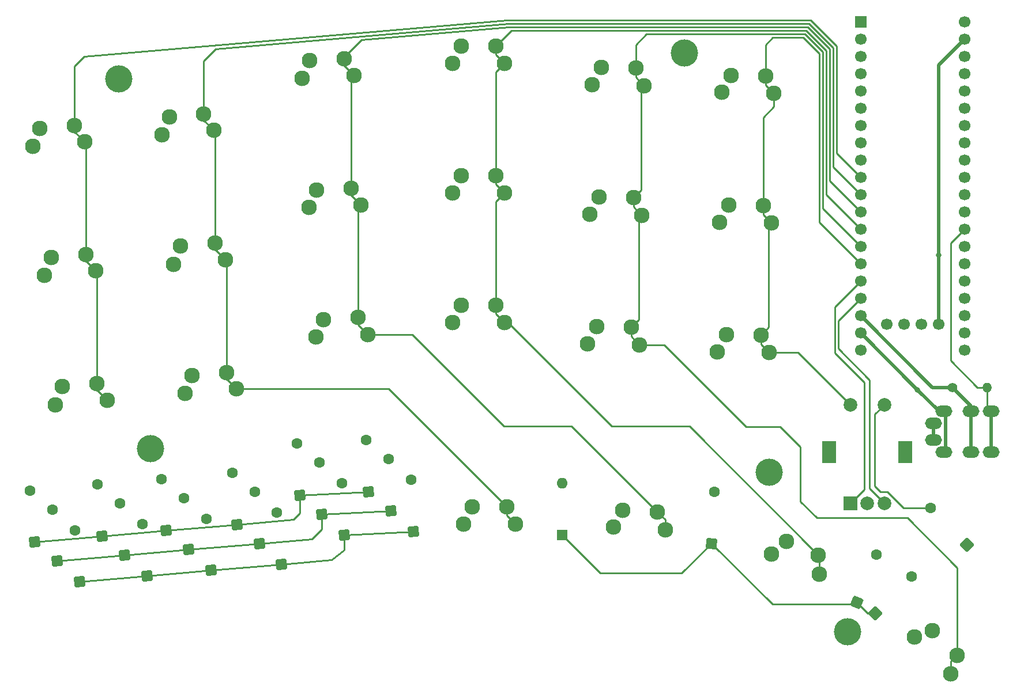
<source format=gtl>
%TF.GenerationSoftware,KiCad,Pcbnew,6.0.0-rc1-unknown-db41769bb9~144~ubuntu20.04.1*%
%TF.CreationDate,2021-12-01T14:16:25+01:00*%
%TF.ProjectId,khada,6b686164-612e-46b6-9963-61645f706362,rev?*%
%TF.SameCoordinates,Original*%
%TF.FileFunction,Copper,L1,Top*%
%TF.FilePolarity,Positive*%
%FSLAX46Y46*%
G04 Gerber Fmt 4.6, Leading zero omitted, Abs format (unit mm)*
G04 Created by KiCad (PCBNEW 6.0.0-rc1-unknown-db41769bb9~144~ubuntu20.04.1) date 2021-12-01 14:16:25*
%MOMM*%
%LPD*%
G01*
G04 APERTURE LIST*
G04 Aperture macros list*
%AMRoundRect*
0 Rectangle with rounded corners*
0 $1 Rounding radius*
0 $2 $3 $4 $5 $6 $7 $8 $9 X,Y pos of 4 corners*
0 Add a 4 corners polygon primitive as box body*
4,1,4,$2,$3,$4,$5,$6,$7,$8,$9,$2,$3,0*
0 Add four circle primitives for the rounded corners*
1,1,$1+$1,$2,$3*
1,1,$1+$1,$4,$5*
1,1,$1+$1,$6,$7*
1,1,$1+$1,$8,$9*
0 Add four rect primitives between the rounded corners*
20,1,$1+$1,$2,$3,$4,$5,0*
20,1,$1+$1,$4,$5,$6,$7,0*
20,1,$1+$1,$6,$7,$8,$9,0*
20,1,$1+$1,$8,$9,$2,$3,0*%
%AMHorizOval*
0 Thick line with rounded ends*
0 $1 width*
0 $2 $3 position (X,Y) of the first rounded end (center of the circle)*
0 $4 $5 position (X,Y) of the second rounded end (center of the circle)*
0 Add line between two ends*
20,1,$1,$2,$3,$4,$5,0*
0 Add two circle primitives to create the rounded ends*
1,1,$1,$2,$3*
1,1,$1,$4,$5*%
G04 Aperture macros list end*
%TA.AperFunction,ComponentPad*%
%ADD10C,2.300000*%
%TD*%
%TA.AperFunction,ComponentPad*%
%ADD11RoundRect,0.160000X0.693344X-0.581785X0.581785X0.693344X-0.693344X0.581785X-0.581785X-0.693344X0*%
%TD*%
%TA.AperFunction,ComponentPad*%
%ADD12HorizOval,1.600000X0.000000X0.000000X0.000000X0.000000X0*%
%TD*%
%TA.AperFunction,ComponentPad*%
%ADD13C,4.000000*%
%TD*%
%TA.AperFunction,ComponentPad*%
%ADD14RoundRect,0.160000X0.905097X0.000000X0.000000X0.905097X-0.905097X0.000000X0.000000X-0.905097X0*%
%TD*%
%TA.AperFunction,ComponentPad*%
%ADD15HorizOval,1.600000X0.000000X0.000000X0.000000X0.000000X0*%
%TD*%
%TA.AperFunction,ComponentPad*%
%ADD16RoundRect,0.160000X0.353649X-0.833146X0.833146X0.353649X-0.353649X0.833146X-0.833146X-0.353649X0*%
%TD*%
%TA.AperFunction,ComponentPad*%
%ADD17HorizOval,1.600000X0.000000X0.000000X0.000000X0.000000X0*%
%TD*%
%TA.AperFunction,ComponentPad*%
%ADD18RoundRect,0.160000X0.672618X-0.605628X0.605628X0.672618X-0.672618X0.605628X-0.605628X-0.672618X0*%
%TD*%
%TA.AperFunction,ComponentPad*%
%ADD19HorizOval,1.600000X0.000000X0.000000X0.000000X0.000000X0*%
%TD*%
%TA.AperFunction,ComponentPad*%
%ADD20RoundRect,0.160000X0.640000X-0.640000X0.640000X0.640000X-0.640000X0.640000X-0.640000X-0.640000X0*%
%TD*%
%TA.AperFunction,ComponentPad*%
%ADD21O,1.600000X1.600000*%
%TD*%
%TA.AperFunction,ComponentPad*%
%ADD22C,1.400000*%
%TD*%
%TA.AperFunction,ComponentPad*%
%ADD23O,1.400000X1.400000*%
%TD*%
%TA.AperFunction,ComponentPad*%
%ADD24RoundRect,0.160000X0.605628X-0.672618X0.672618X0.605628X-0.605628X0.672618X-0.672618X-0.605628X0*%
%TD*%
%TA.AperFunction,ComponentPad*%
%ADD25HorizOval,1.600000X0.000000X0.000000X0.000000X0.000000X0*%
%TD*%
%TA.AperFunction,ComponentPad*%
%ADD26R,1.700000X1.700000*%
%TD*%
%TA.AperFunction,ComponentPad*%
%ADD27C,1.700000*%
%TD*%
%TA.AperFunction,ComponentPad*%
%ADD28RoundRect,0.160000X0.000000X-0.905097X0.905097X0.000000X0.000000X0.905097X-0.905097X0.000000X0*%
%TD*%
%TA.AperFunction,ComponentPad*%
%ADD29HorizOval,1.600000X0.000000X0.000000X0.000000X0.000000X0*%
%TD*%
%TA.AperFunction,ComponentPad*%
%ADD30O,2.500000X1.700000*%
%TD*%
%TA.AperFunction,ComponentPad*%
%ADD31R,2.000000X2.000000*%
%TD*%
%TA.AperFunction,ComponentPad*%
%ADD32C,2.000000*%
%TD*%
%TA.AperFunction,ComponentPad*%
%ADD33R,2.000000X3.200000*%
%TD*%
%TA.AperFunction,ViaPad*%
%ADD34C,0.800000*%
%TD*%
%TA.AperFunction,Conductor*%
%ADD35C,0.254000*%
%TD*%
%TA.AperFunction,Conductor*%
%ADD36C,0.500000*%
%TD*%
G04 APERTURE END LIST*
D10*
%TO.P,SW6,1,1*%
%TO.N,Net-(D6-Pad2)*%
X83130523Y-106386729D03*
X84174314Y-103745707D03*
%TO.P,SW6,2,2*%
%TO.N,col1*%
X89234983Y-103302955D03*
X90721526Y-105722602D03*
%TD*%
%TO.P,SW8,1,1*%
%TO.N,Net-(D8-Pad2)*%
X100361288Y-60035881D03*
X101496614Y-57432895D03*
%TO.P,SW8,2,2*%
%TO.N,col2*%
X107970845Y-59637081D03*
X106569652Y-57167029D03*
%TD*%
D11*
%TO.P,D12,1,K*%
%TO.N,row0*%
X90756063Y-125664702D03*
D12*
%TO.P,D12,2,A*%
%TO.N,Net-(D12-Pad2)*%
X90091937Y-118073698D03*
%TD*%
D11*
%TO.P,D4,1,K*%
%TO.N,row0*%
X70944063Y-127391902D03*
D12*
%TO.P,D4,2,A*%
%TO.N,Net-(D4-Pad2)*%
X70279937Y-119800898D03*
%TD*%
D11*
%TO.P,D14,1,K*%
%TO.N,row2*%
X97334663Y-131506702D03*
D12*
%TO.P,D14,2,A*%
%TO.N,Net-(D14-Pad2)*%
X96670537Y-123915698D03*
%TD*%
D11*
%TO.P,D6,1,K*%
%TO.N,row2*%
X77548063Y-133233902D03*
D12*
%TO.P,D6,2,A*%
%TO.N,Net-(D6-Pad2)*%
X76883937Y-125642898D03*
%TD*%
D13*
%TO.P,H3,*%
%TO.N,*%
X78105000Y-114554000D03*
%TD*%
D10*
%TO.P,SW1,1,1*%
%TO.N,Net-(D1-Pad2)*%
X60813123Y-70064729D03*
X61856914Y-67423707D03*
%TO.P,SW1,2,2*%
%TO.N,col0*%
X66917583Y-66980955D03*
X68404126Y-69400602D03*
%TD*%
D13*
%TO.P,H5,*%
%TO.N,*%
X180467000Y-141478000D03*
%TD*%
%TO.P,H2,*%
%TO.N,*%
X156464000Y-56388000D03*
%TD*%
D14*
%TO.P,D23,1,K*%
%TO.N,row3*%
X198020077Y-128627277D03*
D15*
%TO.P,D23,2,A*%
%TO.N,Net-(D23-Pad2)*%
X192631923Y-123239123D03*
%TD*%
D11*
%TO.P,D8,1,K*%
%TO.N,row0*%
X80342063Y-126579102D03*
D12*
%TO.P,D8,2,A*%
%TO.N,Net-(D8-Pad2)*%
X79677937Y-118988098D03*
%TD*%
D16*
%TO.P,D15,1,K*%
%TO.N,row3*%
X181833749Y-137136570D03*
D17*
%TO.P,D15,2,A*%
%TO.N,Net-(D15-Pad2)*%
X184688251Y-130071430D03*
%TD*%
D10*
%TO.P,SW14,1,1*%
%TO.N,Net-(D14-Pad2)*%
X123698000Y-93472000D03*
X122428000Y-96012000D03*
%TO.P,SW14,2,2*%
%TO.N,col3*%
X130048000Y-96012000D03*
X128778000Y-93472000D03*
%TD*%
D18*
%TO.P,D20,1,K*%
%TO.N,row0*%
X110126800Y-120873379D03*
D19*
%TO.P,D20,2,A*%
%TO.N,Net-(D20-Pad2)*%
X109728000Y-113263821D03*
%TD*%
D11*
%TO.P,D13,1,K*%
%TO.N,row1*%
X94058063Y-128458702D03*
D12*
%TO.P,D13,2,A*%
%TO.N,Net-(D13-Pad2)*%
X93393937Y-120867698D03*
%TD*%
D10*
%TO.P,SW15,1,1*%
%TO.N,Net-(D15-Pad2)*%
X171477832Y-128162301D03*
X169316334Y-130004155D03*
%TO.P,SW15,2,2*%
%TO.N,col3*%
X176153996Y-130147215D03*
X176330581Y-132981526D03*
%TD*%
D18*
%TO.P,D22,1,K*%
%TO.N,row2*%
X116719400Y-126714779D03*
D19*
%TO.P,D22,2,A*%
%TO.N,Net-(D22-Pad2)*%
X116320600Y-119105221D03*
%TD*%
D10*
%TO.P,SW9,1,1*%
%TO.N,Net-(D9-Pad2)*%
X102496614Y-76474895D03*
X101361288Y-79077881D03*
%TO.P,SW9,2,2*%
%TO.N,col2*%
X107569652Y-76209029D03*
X108970845Y-78679081D03*
%TD*%
D20*
%TO.P,D7,1,K*%
%TO.N,row3*%
X138557000Y-127254000D03*
D21*
%TO.P,D7,2,A*%
%TO.N,Net-(D7-Pad2)*%
X138557000Y-119634000D03*
%TD*%
D10*
%TO.P,SW18,1,1*%
%TO.N,Net-(D18-Pad2)*%
X142284909Y-99120893D03*
X143599045Y-96603445D03*
%TO.P,SW18,2,2*%
%TO.N,col4*%
X148678271Y-96692103D03*
X149903749Y-99253881D03*
%TD*%
%TO.P,SW5,1,1*%
%TO.N,Net-(D5-Pad2)*%
X82514314Y-84753707D03*
X81470523Y-87394729D03*
%TO.P,SW5,2,2*%
%TO.N,col1*%
X87574983Y-84310955D03*
X89061526Y-86730602D03*
%TD*%
%TO.P,SW11,1,1*%
%TO.N,Net-(D11-Pad2)*%
X146061155Y-126042081D03*
X147462348Y-123572029D03*
%TO.P,SW11,2,2*%
%TO.N,col2*%
X153670712Y-126440881D03*
X152535386Y-123837895D03*
%TD*%
%TO.P,SW22,1,1*%
%TO.N,Net-(D22-Pad2)*%
X161339909Y-100263893D03*
X162654045Y-97746445D03*
%TO.P,SW22,2,2*%
%TO.N,col5*%
X168958749Y-100396881D03*
X167733271Y-97835103D03*
%TD*%
D11*
%TO.P,D2,1,K*%
%TO.N,row1*%
X64340063Y-131049502D03*
D12*
%TO.P,D2,2,A*%
%TO.N,Net-(D2-Pad2)*%
X63675937Y-123458498D03*
%TD*%
D10*
%TO.P,SW12,1,1*%
%TO.N,Net-(D12-Pad2)*%
X122428000Y-57912000D03*
X123698000Y-55372000D03*
%TO.P,SW12,2,2*%
%TO.N,col3*%
X130048000Y-57912000D03*
X128778000Y-55372000D03*
%TD*%
D22*
%TO.P,R1,1*%
%TO.N,+5V*%
X195834000Y-105537000D03*
D23*
%TO.P,R1,2*%
%TO.N,DATA*%
X200914000Y-105537000D03*
%TD*%
D10*
%TO.P,SW13,1,1*%
%TO.N,Net-(D13-Pad2)*%
X123698000Y-74422000D03*
X122428000Y-76962000D03*
%TO.P,SW13,2,2*%
%TO.N,col3*%
X128778000Y-74422000D03*
X130048000Y-76962000D03*
%TD*%
%TO.P,SW20,1,1*%
%TO.N,Net-(D20-Pad2)*%
X163314045Y-59632445D03*
X161999909Y-62149893D03*
%TO.P,SW20,2,2*%
%TO.N,col5*%
X168393271Y-59721103D03*
X169618749Y-62282881D03*
%TD*%
D11*
%TO.P,D9,1,K*%
%TO.N,row1*%
X83644063Y-129373102D03*
D12*
%TO.P,D9,2,A*%
%TO.N,Net-(D9-Pad2)*%
X82979937Y-121782098D03*
%TD*%
D10*
%TO.P,SW10,1,1*%
%TO.N,Net-(D10-Pad2)*%
X102362000Y-98119881D03*
X103497326Y-95516895D03*
%TO.P,SW10,2,2*%
%TO.N,col2*%
X109971557Y-97721081D03*
X108570364Y-95251029D03*
%TD*%
D24*
%TO.P,D11,1,K*%
%TO.N,row3*%
X160455600Y-128491702D03*
D25*
%TO.P,D11,2,A*%
%TO.N,Net-(D11-Pad2)*%
X160854400Y-120882144D03*
%TD*%
D11*
%TO.P,D5,1,K*%
%TO.N,row1*%
X74246063Y-130185902D03*
D12*
%TO.P,D5,2,A*%
%TO.N,Net-(D5-Pad2)*%
X73581937Y-122594898D03*
%TD*%
D11*
%TO.P,D1,1,K*%
%TO.N,row0*%
X61038063Y-128255502D03*
D12*
%TO.P,D1,2,A*%
%TO.N,Net-(D1-Pad2)*%
X60373937Y-120664498D03*
%TD*%
D10*
%TO.P,SW2,1,1*%
%TO.N,Net-(D2-Pad2)*%
X62473123Y-89056729D03*
X63516914Y-86415707D03*
%TO.P,SW2,2,2*%
%TO.N,col0*%
X70064126Y-88392602D03*
X68577583Y-85972955D03*
%TD*%
D18*
%TO.P,D17,1,K*%
%TO.N,row1*%
X103268800Y-124200779D03*
D19*
%TO.P,D17,2,A*%
%TO.N,Net-(D17-Pad2)*%
X102870000Y-116591221D03*
%TD*%
D13*
%TO.P,H4,*%
%TO.N,*%
X168910000Y-117983000D03*
%TD*%
D11*
%TO.P,D3,1,K*%
%TO.N,row2*%
X67642063Y-134097502D03*
D12*
%TO.P,D3,2,A*%
%TO.N,Net-(D3-Pad2)*%
X66977937Y-126506498D03*
%TD*%
D18*
%TO.P,D16,1,K*%
%TO.N,row0*%
X100021400Y-121401558D03*
D19*
%TO.P,D16,2,A*%
%TO.N,Net-(D16-Pad2)*%
X99622600Y-113792000D03*
%TD*%
D26*
%TO.P,U1,1,PB12*%
%TO.N,unconnected-(U1-Pad1)*%
X182372000Y-51816000D03*
D27*
%TO.P,U1,2,PB13*%
%TO.N,unconnected-(U1-Pad2)*%
X182372000Y-54356000D03*
%TO.P,U1,3,PB14*%
%TO.N,unconnected-(U1-Pad3)*%
X182372000Y-56896000D03*
%TO.P,U1,4,PB15*%
%TO.N,unconnected-(U1-Pad4)*%
X182372000Y-59436000D03*
%TO.P,U1,5,PA8*%
%TO.N,unconnected-(U1-Pad5)*%
X182372000Y-61976000D03*
%TO.P,U1,6,PA9*%
%TO.N,unconnected-(U1-Pad6)*%
X182372000Y-64516000D03*
%TO.P,U1,7,PA10*%
%TO.N,unconnected-(U1-Pad7)*%
X182372000Y-67056000D03*
%TO.P,U1,8,PA11*%
%TO.N,unconnected-(U1-Pad8)*%
X182372000Y-69596000D03*
%TO.P,U1,9,PA12*%
%TO.N,unconnected-(U1-Pad9)*%
X182372000Y-72136000D03*
%TO.P,U1,10,PA15*%
%TO.N,col0*%
X182372000Y-74676000D03*
%TO.P,U1,11,PB3*%
%TO.N,col1*%
X182372000Y-77216000D03*
%TO.P,U1,12,PB4*%
%TO.N,col2*%
X182372000Y-79756000D03*
%TO.P,U1,13,PB5*%
%TO.N,col3*%
X182372000Y-82296000D03*
%TO.P,U1,14,PB6*%
%TO.N,col4*%
X182372000Y-84836000D03*
%TO.P,U1,15,PB7*%
%TO.N,col5*%
X182372000Y-87376000D03*
%TO.P,U1,16,PB8*%
%TO.N,ROTA*%
X182372000Y-89916000D03*
%TO.P,U1,17,PB9*%
%TO.N,ROTB*%
X182372000Y-92456000D03*
%TO.P,U1,18,5V*%
%TO.N,+5V*%
X182372000Y-94996000D03*
%TO.P,U1,19,GND*%
%TO.N,GND*%
X182372000Y-97536000D03*
%TO.P,U1,20,3V3*%
%TO.N,unconnected-(U1-Pad20)*%
X182372000Y-100076000D03*
%TO.P,U1,21,VBat*%
%TO.N,unconnected-(U1-Pad21)*%
X197612000Y-100076000D03*
%TO.P,U1,22,PC13*%
%TO.N,unconnected-(U1-Pad22)*%
X197612000Y-97536000D03*
%TO.P,U1,23,PC14*%
%TO.N,unconnected-(U1-Pad23)*%
X197612000Y-94996000D03*
%TO.P,U1,24,PC15*%
%TO.N,unconnected-(U1-Pad24)*%
X197612000Y-92456000D03*
%TO.P,U1,25,RES*%
%TO.N,unconnected-(U1-Pad25)*%
X197612000Y-89916000D03*
%TO.P,U1,26,PA0*%
%TO.N,unconnected-(U1-Pad26)*%
X197612000Y-87376000D03*
%TO.P,U1,27,PA1*%
%TO.N,unconnected-(U1-Pad27)*%
X197612000Y-84836000D03*
%TO.P,U1,28,PA2*%
%TO.N,DATA*%
X197612000Y-82296000D03*
%TO.P,U1,29,PA3*%
%TO.N,row0*%
X197612000Y-79756000D03*
%TO.P,U1,30,PA4*%
%TO.N,row1*%
X197612000Y-77216000D03*
%TO.P,U1,31,PA5*%
%TO.N,row2*%
X197612000Y-74676000D03*
%TO.P,U1,32,PA6*%
%TO.N,row3*%
X197612000Y-72136000D03*
%TO.P,U1,33,PA7*%
%TO.N,unconnected-(U1-Pad33)*%
X197612000Y-69596000D03*
%TO.P,U1,34,PB0*%
%TO.N,unconnected-(U1-Pad34)*%
X197612000Y-67056000D03*
%TO.P,U1,35,PB1*%
%TO.N,unconnected-(U1-Pad35)*%
X197612000Y-64516000D03*
%TO.P,U1,36,PB2*%
%TO.N,unconnected-(U1-Pad36)*%
X197612000Y-61976000D03*
%TO.P,U1,37,PB10*%
%TO.N,unconnected-(U1-Pad37)*%
X197612000Y-59436000D03*
%TO.P,U1,38,3V3*%
%TO.N,unconnected-(U1-Pad38)*%
X197612000Y-56896000D03*
%TO.P,U1,39,GND*%
%TO.N,GND*%
X197612000Y-54356000D03*
%TO.P,U1,40,5V*%
%TO.N,unconnected-(U1-Pad40)*%
X197612000Y-51816000D03*
%TO.P,U1,41,GND*%
%TO.N,GND*%
X193804000Y-96265000D03*
%TO.P,U1,42,SWCLK*%
%TO.N,unconnected-(U1-Pad42)*%
X191264000Y-96265000D03*
%TO.P,U1,43,SWIO*%
%TO.N,unconnected-(U1-Pad43)*%
X188724000Y-96265000D03*
%TO.P,U1,44,3V3*%
%TO.N,unconnected-(U1-Pad44)*%
X186184000Y-96265000D03*
%TD*%
D10*
%TO.P,SW7,1,1*%
%TO.N,Net-(D7-Pad2)*%
X125349000Y-123063000D03*
X124079000Y-125603000D03*
%TO.P,SW7,2,2*%
%TO.N,col1*%
X131699000Y-125603000D03*
X130429000Y-123063000D03*
%TD*%
%TO.P,SW19,1,1*%
%TO.N,Net-(D19-Pad2)*%
X190236974Y-142194872D03*
X192931051Y-141296846D03*
%TO.P,SW19,2,2*%
%TO.N,col4*%
X195625128Y-147583026D03*
X196523154Y-144888949D03*
%TD*%
%TO.P,SW17,1,1*%
%TO.N,Net-(D17-Pad2)*%
X142615109Y-80063893D03*
X143929245Y-77546445D03*
%TO.P,SW17,2,2*%
%TO.N,col4*%
X150233949Y-80196881D03*
X149008471Y-77635103D03*
%TD*%
D11*
%TO.P,D10,1,K*%
%TO.N,row2*%
X86946063Y-132421102D03*
D12*
%TO.P,D10,2,A*%
%TO.N,Net-(D10-Pad2)*%
X86281937Y-124830098D03*
%TD*%
D13*
%TO.P,H1,*%
%TO.N,*%
X73406000Y-60198000D03*
%TD*%
D10*
%TO.P,SW21,1,1*%
%TO.N,Net-(D21-Pad2)*%
X162984045Y-78689445D03*
X161669909Y-81206893D03*
%TO.P,SW21,2,2*%
%TO.N,col5*%
X169288749Y-81339881D03*
X168063271Y-78778103D03*
%TD*%
%TO.P,SW16,1,1*%
%TO.N,Net-(D16-Pad2)*%
X142945109Y-61006893D03*
X144259245Y-58489445D03*
%TO.P,SW16,2,2*%
%TO.N,col4*%
X150563949Y-61139881D03*
X149338471Y-58578103D03*
%TD*%
D28*
%TO.P,D19,1,K*%
%TO.N,row3*%
X184503923Y-138711077D03*
D29*
%TO.P,D19,2,A*%
%TO.N,Net-(D19-Pad2)*%
X189892077Y-133322923D03*
%TD*%
D10*
%TO.P,SW4,1,1*%
%TO.N,Net-(D4-Pad2)*%
X79810523Y-68402729D03*
X80854314Y-65761707D03*
%TO.P,SW4,2,2*%
%TO.N,col1*%
X85914983Y-65318955D03*
X87401526Y-67738602D03*
%TD*%
D18*
%TO.P,D21,1,K*%
%TO.N,row1*%
X113419400Y-123674779D03*
D19*
%TO.P,D21,2,A*%
%TO.N,Net-(D21-Pad2)*%
X113020600Y-116065221D03*
%TD*%
D10*
%TO.P,SW3,1,1*%
%TO.N,Net-(D3-Pad2)*%
X64133123Y-108048729D03*
X65176914Y-105407707D03*
%TO.P,SW3,2,2*%
%TO.N,col0*%
X71724126Y-107384602D03*
X70237583Y-104964955D03*
%TD*%
D30*
%TO.P,J1,A*%
%TO.N,unconnected-(J1-PadA)*%
X193051000Y-113253000D03*
X193051000Y-110803000D03*
%TO.P,J1,B*%
%TO.N,DATA*%
X201551000Y-109053000D03*
X201551000Y-115003000D03*
%TO.P,J1,C*%
%TO.N,+5V*%
X198551000Y-109053000D03*
X198551000Y-115003000D03*
%TO.P,J1,D*%
%TO.N,GND*%
X194551000Y-115003000D03*
X194551000Y-109053000D03*
%TD*%
D18*
%TO.P,D18,1,K*%
%TO.N,row2*%
X106570800Y-127248779D03*
D19*
%TO.P,D18,2,A*%
%TO.N,Net-(D18-Pad2)*%
X106172000Y-119639221D03*
%TD*%
D31*
%TO.P,SW23,A,A*%
%TO.N,ROTA*%
X180837200Y-122562000D03*
D32*
%TO.P,SW23,B,B*%
%TO.N,ROTB*%
X185837200Y-122562000D03*
%TO.P,SW23,C,C*%
%TO.N,GND*%
X183337200Y-122562000D03*
D33*
%TO.P,SW23,MP*%
%TO.N,N/C*%
X177737200Y-115062000D03*
X188937200Y-115062000D03*
D32*
%TO.P,SW23,S1,S1*%
%TO.N,Net-(D23-Pad2)*%
X185837200Y-108062000D03*
%TO.P,SW23,S2,S2*%
%TO.N,col5*%
X180837200Y-108062000D03*
%TD*%
D34*
%TO.N,GND*%
X190690500Y-105854500D03*
X193804000Y-86104000D03*
%TD*%
D35*
%TO.N,row0*%
X100021400Y-123998600D02*
X100021400Y-121401558D01*
X100021400Y-121401558D02*
X110126800Y-120893558D01*
X80342063Y-126579102D02*
X90756063Y-125664702D01*
X99090000Y-124930000D02*
X100021400Y-123998600D01*
X61038063Y-128255502D02*
X70944063Y-127391902D01*
X90756063Y-125664702D02*
X99090000Y-124930000D01*
X70944063Y-127391902D02*
X80342063Y-126579102D01*
%TO.N,row1*%
X64340063Y-131049502D02*
X74246063Y-130185902D01*
X74246063Y-130185902D02*
X83644063Y-129373102D01*
X83644063Y-129373102D02*
X94058063Y-128458702D01*
X94058063Y-128458702D02*
X101830000Y-127770000D01*
X101830000Y-127770000D02*
X103268800Y-126331200D01*
X103268800Y-124200779D02*
X113419400Y-123674779D01*
X103268800Y-126331200D02*
X103268800Y-124200779D01*
%TO.N,row2*%
X77548063Y-133233902D02*
X86946063Y-132421102D01*
X106570800Y-127248779D02*
X116719400Y-126714779D01*
X104650000Y-130870000D02*
X106570800Y-129395200D01*
X106570800Y-129395200D02*
X106570800Y-127248779D01*
X86946063Y-132421102D02*
X97334663Y-131506702D01*
X67642063Y-134097502D02*
X77548063Y-133233902D01*
X97334663Y-131506702D02*
X104650000Y-130870000D01*
%TO.N,row3*%
X181556319Y-137414000D02*
X181833749Y-137136570D01*
X160455600Y-128491702D02*
X160495702Y-128491702D01*
X138557000Y-127254000D02*
X144145000Y-132842000D01*
X183408256Y-138711077D02*
X184503923Y-138711077D01*
X160495702Y-128491702D02*
X169418000Y-137414000D01*
X144145000Y-132842000D02*
X156105302Y-132842000D01*
X181833749Y-137136570D02*
X183408256Y-138711077D01*
X156105302Y-132842000D02*
X160455600Y-128491702D01*
X169418000Y-137414000D02*
X181556319Y-137414000D01*
%TO.N,col0*%
X68314583Y-56896000D02*
X130434775Y-51562000D01*
X70237583Y-104964955D02*
X70237583Y-88566059D01*
X66917583Y-67914059D02*
X66917583Y-66980955D01*
X178816000Y-71120000D02*
X182372000Y-74676000D01*
X130434775Y-51562000D02*
X175006000Y-51562000D01*
X70237583Y-88566059D02*
X70064126Y-88392602D01*
X68577583Y-85972955D02*
X68577583Y-69574059D01*
X68577583Y-86906059D02*
X68577583Y-85972955D01*
X70064126Y-88392602D02*
X68577583Y-86906059D01*
X66917583Y-58293000D02*
X68314583Y-56896000D01*
X68404126Y-69400602D02*
X66917583Y-67914059D01*
X71724126Y-107384602D02*
X70237583Y-105898059D01*
X70237583Y-105898059D02*
X70237583Y-104964955D01*
X175006000Y-51562000D02*
X178816000Y-55372000D01*
X178816000Y-55372000D02*
X178816000Y-71120000D01*
X68577583Y-69574059D02*
X68404126Y-69400602D01*
X66917583Y-66980955D02*
X66917583Y-58293000D01*
%TO.N,col1*%
X113088602Y-105722602D02*
X130429000Y-123063000D01*
X89234983Y-103302955D02*
X89234983Y-86904059D01*
X85882183Y-65177555D02*
X85882183Y-57500817D01*
X87574983Y-85244059D02*
X87574983Y-84310955D01*
X89234983Y-86904059D02*
X89061526Y-86730602D01*
X130429000Y-124333000D02*
X130429000Y-123063000D01*
X174795777Y-52069520D02*
X130644998Y-52069520D01*
X89234983Y-104236059D02*
X89234983Y-103302955D01*
X89061526Y-86730602D02*
X87574983Y-85244059D01*
X178308480Y-55582222D02*
X174795777Y-52069520D01*
X87401526Y-67738602D02*
X85914983Y-66252059D01*
X90721526Y-105722602D02*
X113088602Y-105722602D01*
X131699000Y-125603000D02*
X130429000Y-124333000D01*
X87574983Y-84310955D02*
X87574983Y-67912059D01*
X87574983Y-67912059D02*
X87401526Y-67738602D01*
X90721526Y-105722602D02*
X89234983Y-104236059D01*
X178308480Y-73152480D02*
X178308480Y-55582222D01*
X87630000Y-55753000D02*
X130644998Y-52069520D01*
X182372000Y-77216000D02*
X178308480Y-73152480D01*
X85882183Y-57500817D02*
X87630000Y-55753000D01*
X85914983Y-66252059D02*
X85914983Y-65318955D01*
%TO.N,col2*%
X107970845Y-59637081D02*
X106569652Y-58235888D01*
X108570364Y-96319888D02*
X108570364Y-95251029D01*
X153670712Y-126440881D02*
X153670712Y-124973221D01*
X109971557Y-97721081D02*
X108570364Y-96319888D01*
X106569652Y-56940348D02*
X109080000Y-54430000D01*
X108570364Y-79079562D02*
X108970845Y-78679081D01*
X177800960Y-75184960D02*
X177800960Y-55792444D01*
X174585556Y-52577040D02*
X130683960Y-52577040D01*
X153670712Y-124973221D02*
X152535386Y-123837895D01*
X106569652Y-58235888D02*
X106569652Y-57167029D01*
X108970845Y-78679081D02*
X107569652Y-77277888D01*
X106569652Y-57167029D02*
X106569652Y-56940348D01*
X116517081Y-97721081D02*
X109971557Y-97721081D01*
X109080000Y-54430000D02*
X130683960Y-52577040D01*
X107569652Y-77277888D02*
X107569652Y-76209029D01*
X130022600Y-111226600D02*
X116517081Y-97721081D01*
X108570364Y-95251029D02*
X108570364Y-79079562D01*
X182372000Y-79756000D02*
X177800960Y-75184960D01*
X152535386Y-123837895D02*
X139924091Y-111226600D01*
X139924091Y-111226600D02*
X130022600Y-111226600D01*
X177800960Y-55792444D02*
X174585556Y-52577040D01*
X107569652Y-76209029D02*
X107569652Y-60038274D01*
X107569652Y-60038274D02*
X107970845Y-59637081D01*
%TO.N,col3*%
X174375334Y-53084560D02*
X177293440Y-56002666D01*
X145796000Y-111252000D02*
X130556000Y-96012000D01*
X128778000Y-74422000D02*
X128778000Y-59182000D01*
X131065440Y-53084560D02*
X174375334Y-53084560D01*
X128778000Y-78232000D02*
X130048000Y-76962000D01*
X128778000Y-56642000D02*
X128778000Y-55372000D01*
X176153996Y-130147215D02*
X157258781Y-111252000D01*
X130048000Y-57912000D02*
X128778000Y-56642000D01*
X130048000Y-96012000D02*
X128778000Y-94742000D01*
X128778000Y-94742000D02*
X128778000Y-93472000D01*
X157258781Y-111252000D02*
X145796000Y-111252000D01*
X128778000Y-59182000D02*
X130048000Y-57912000D01*
X128778000Y-55372000D02*
X131065440Y-53084560D01*
X128778000Y-75692000D02*
X128778000Y-74422000D01*
X130556000Y-96012000D02*
X130048000Y-96012000D01*
X128778000Y-93472000D02*
X128778000Y-78232000D01*
X176330581Y-132981526D02*
X176330581Y-130323800D01*
X176330581Y-130323800D02*
X176153996Y-130147215D01*
X177293440Y-77217440D02*
X182372000Y-82296000D01*
X177293440Y-56002666D02*
X177293440Y-77217440D01*
X130048000Y-76962000D02*
X128778000Y-75692000D01*
%TO.N,col4*%
X149903749Y-99253881D02*
X153547433Y-99253881D01*
X189230000Y-124714000D02*
X196523154Y-132007154D01*
X176785920Y-56212888D02*
X176785920Y-79249920D01*
X150563949Y-61139881D02*
X149338471Y-59914403D01*
X148678271Y-98028403D02*
X148678271Y-96692103D01*
X149338471Y-58578103D02*
X149338471Y-55131529D01*
X195625128Y-147583026D02*
X195625128Y-145786975D01*
X196523154Y-132007154D02*
X196523154Y-144888949D01*
X149008471Y-78971403D02*
X149008471Y-77635103D01*
X175971200Y-124714000D02*
X189230000Y-124714000D01*
X153547433Y-99253881D02*
X165570952Y-111277400D01*
X173532800Y-122275600D02*
X175971200Y-124714000D01*
X148678271Y-96692103D02*
X149821271Y-95549103D01*
X165570952Y-111277400D02*
X170561000Y-111277400D01*
X150877920Y-53592080D02*
X174165112Y-53592080D01*
X195625128Y-145786975D02*
X196523154Y-144888949D01*
X149903749Y-99253881D02*
X148678271Y-98028403D01*
X150114000Y-76529574D02*
X150114000Y-61589830D01*
X173532800Y-114249200D02*
X173532800Y-122275600D01*
X176785920Y-79249920D02*
X182372000Y-84836000D01*
X150233949Y-80196881D02*
X149008471Y-78971403D01*
X149821271Y-95549103D02*
X149821271Y-80609559D01*
X170561000Y-111277400D02*
X173532800Y-114249200D01*
X149338471Y-59914403D02*
X149338471Y-58578103D01*
X149821271Y-80609559D02*
X150233949Y-80196881D01*
X150114000Y-61589830D02*
X150563949Y-61139881D01*
X149338471Y-55131529D02*
X150877920Y-53592080D01*
X149008471Y-77635103D02*
X150114000Y-76529574D01*
X174165112Y-53592080D02*
X176785920Y-56212888D01*
%TO.N,col5*%
X173954890Y-54099600D02*
X176278400Y-56423110D01*
X167733271Y-97835103D02*
X168876271Y-96692103D01*
X168393271Y-59721103D02*
X168393271Y-55126729D01*
X169420400Y-54099600D02*
X173954890Y-54099600D01*
X169618749Y-62282881D02*
X168393271Y-61057403D01*
X176278400Y-81282400D02*
X182372000Y-87376000D01*
X167779071Y-98343103D02*
X168083871Y-98038303D01*
X168393271Y-55126729D02*
X169420400Y-54099600D01*
X168876271Y-96692103D02*
X168876271Y-81752359D01*
X173172081Y-100396881D02*
X168958749Y-100396881D01*
X167733271Y-99171403D02*
X167733271Y-97835103D01*
X168083871Y-79293103D02*
X168388671Y-78988303D01*
X169288749Y-81339881D02*
X168063271Y-80114403D01*
X180837200Y-108062000D02*
X173172081Y-100396881D01*
X168063271Y-80114403D02*
X168063271Y-78778103D01*
X169618749Y-64260190D02*
X169618749Y-62282881D01*
X168063271Y-65815668D02*
X169618749Y-64260190D01*
X168393271Y-61057403D02*
X168393271Y-59721103D01*
X176278400Y-56423110D02*
X176278400Y-81282400D01*
X168063271Y-78778103D02*
X168063271Y-65815668D01*
X168958749Y-100396881D02*
X167733271Y-99171403D01*
X168876271Y-81752359D02*
X169288749Y-81339881D01*
D36*
%TO.N,GND*%
X193804000Y-58168000D02*
X193804000Y-86104000D01*
X194804520Y-114749480D02*
X194804520Y-109306520D01*
X193802000Y-58166000D02*
X193804000Y-58168000D01*
X193804000Y-86104000D02*
X193804000Y-96265000D01*
X193889000Y-109053000D02*
X194551000Y-109053000D01*
X190690500Y-105854500D02*
X193889000Y-109053000D01*
X182372000Y-97536000D02*
X190690500Y-105854500D01*
X197612000Y-54356000D02*
X193802000Y-58166000D01*
D35*
%TO.N,DATA*%
X199517000Y-105537000D02*
X195580000Y-101600000D01*
X195580000Y-84328000D02*
X197612000Y-82296000D01*
X200914000Y-108416000D02*
X201551000Y-109053000D01*
X200914000Y-105537000D02*
X199517000Y-105537000D01*
D36*
X201551000Y-115003000D02*
X201551000Y-109053000D01*
D35*
X200914000Y-105537000D02*
X200914000Y-108416000D01*
X195580000Y-101600000D02*
X195580000Y-84328000D01*
D36*
%TO.N,+5V*%
X192913000Y-105537000D02*
X182372000Y-94996000D01*
X195834000Y-105537000D02*
X192913000Y-105537000D01*
X198551000Y-109053000D02*
X198551000Y-108254000D01*
X198551000Y-115003000D02*
X198551000Y-109053000D01*
X198551000Y-108254000D02*
X195834000Y-105537000D01*
D35*
%TO.N,Net-(D23-Pad2)*%
X184454320Y-120039920D02*
X184454320Y-109444880D01*
X185318400Y-120904000D02*
X184454320Y-120039920D01*
X184454320Y-109444880D02*
X185837200Y-108062000D01*
X186334400Y-120904000D02*
X185318400Y-120904000D01*
X192631923Y-123239123D02*
X188669523Y-123239123D01*
X188669523Y-123239123D02*
X186334400Y-120904000D01*
%TO.N,ROTA*%
X182880000Y-120519200D02*
X180837200Y-122562000D01*
X178562000Y-93726000D02*
X182372000Y-89916000D01*
X182880000Y-104749600D02*
X178562000Y-100431600D01*
X178562000Y-100431600D02*
X178562000Y-93726000D01*
X182880000Y-104749600D02*
X182880000Y-120519200D01*
%TO.N,ROTB*%
X182372000Y-92456000D02*
X179069520Y-95758480D01*
X179069520Y-95758480D02*
X179069520Y-99821520D01*
X183667400Y-104419400D02*
X183667400Y-120392200D01*
X183667400Y-120392200D02*
X185837200Y-122562000D01*
X179069520Y-99821520D02*
X183667400Y-104419400D01*
D36*
%TO.N,unconnected-(J1-PadA)*%
X193051000Y-113253000D02*
X193051000Y-110803000D01*
%TD*%
M02*

</source>
